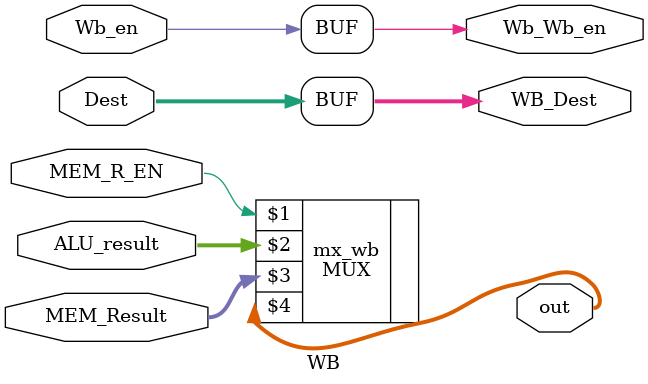
<source format=v>
module WB(
	input MEM_R_EN, 
	input Wb_en,
	input [3:0] Dest,
	input [31:0] ALU_result, MEM_Result,
	output [31:0] out,
	output [3:0] WB_Dest,
	output Wb_Wb_en
);
	MUX #(32) mx_wb (MEM_R_EN,ALU_result,MEM_Result,out);
	assign WB_Dest = Dest;
	assign Wb_Wb_en = Wb_en;
endmodule



</source>
